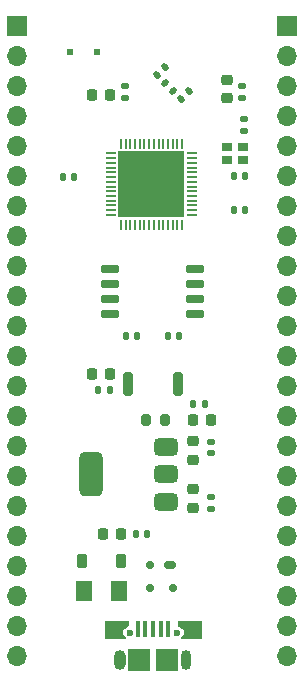
<source format=gbr>
%TF.GenerationSoftware,KiCad,Pcbnew,8.0.8*%
%TF.CreationDate,2025-04-17T09:07:27-03:00*%
%TF.ProjectId,ESP32_DevBoard_Minimal_Electgpl,45535033-325f-4446-9576-426f6172645f,rev?*%
%TF.SameCoordinates,Original*%
%TF.FileFunction,Soldermask,Top*%
%TF.FilePolarity,Negative*%
%FSLAX46Y46*%
G04 Gerber Fmt 4.6, Leading zero omitted, Abs format (unit mm)*
G04 Created by KiCad (PCBNEW 8.0.8) date 2025-04-17 09:07:27*
%MOMM*%
%LPD*%
G01*
G04 APERTURE LIST*
G04 Aperture macros list*
%AMRoundRect*
0 Rectangle with rounded corners*
0 $1 Rounding radius*
0 $2 $3 $4 $5 $6 $7 $8 $9 X,Y pos of 4 corners*
0 Add a 4 corners polygon primitive as box body*
4,1,4,$2,$3,$4,$5,$6,$7,$8,$9,$2,$3,0*
0 Add four circle primitives for the rounded corners*
1,1,$1+$1,$2,$3*
1,1,$1+$1,$4,$5*
1,1,$1+$1,$6,$7*
1,1,$1+$1,$8,$9*
0 Add four rect primitives between the rounded corners*
20,1,$1+$1,$2,$3,$4,$5,0*
20,1,$1+$1,$4,$5,$6,$7,0*
20,1,$1+$1,$6,$7,$8,$9,0*
20,1,$1+$1,$8,$9,$2,$3,0*%
%AMFreePoly0*
4,1,9,1.050000,0.350000,0.550000,0.000000,0.550000,-0.400000,0.800000,-0.650000,0.800000,-0.800000,-1.050000,-0.800000,-1.050000,0.800000,1.050000,0.800000,1.050000,0.350000,1.050000,0.350000,$1*%
%AMFreePoly1*
4,1,9,1.050000,-0.800000,-0.800000,-0.800000,-0.800000,-0.650000,-0.550000,-0.400000,-0.550000,0.000000,-1.050000,0.350000,-1.050000,0.800000,1.050000,0.800000,1.050000,-0.800000,1.050000,-0.800000,$1*%
G04 Aperture macros list end*
%ADD10RoundRect,0.140000X-0.140000X-0.170000X0.140000X-0.170000X0.140000X0.170000X-0.140000X0.170000X0*%
%ADD11RoundRect,0.140000X0.170000X-0.140000X0.170000X0.140000X-0.170000X0.140000X-0.170000X-0.140000X0*%
%ADD12RoundRect,0.225000X0.225000X0.250000X-0.225000X0.250000X-0.225000X-0.250000X0.225000X-0.250000X0*%
%ADD13RoundRect,0.135000X0.135000X0.185000X-0.135000X0.185000X-0.135000X-0.185000X0.135000X-0.185000X0*%
%ADD14RoundRect,0.140000X-0.170000X0.140000X-0.170000X-0.140000X0.170000X-0.140000X0.170000X0.140000X0*%
%ADD15C,0.600000*%
%ADD16R,0.400000X1.350000*%
%ADD17FreePoly0,0.000000*%
%ADD18O,1.000000X1.700000*%
%ADD19R,1.900000X1.900000*%
%ADD20O,0.850000X1.700000*%
%ADD21FreePoly1,0.000000*%
%ADD22RoundRect,0.225000X0.225000X0.375000X-0.225000X0.375000X-0.225000X-0.375000X0.225000X-0.375000X0*%
%ADD23RoundRect,0.140000X0.140000X0.170000X-0.140000X0.170000X-0.140000X-0.170000X0.140000X-0.170000X0*%
%ADD24R,0.500000X0.500000*%
%ADD25R,0.630000X0.500000*%
%ADD26RoundRect,0.140000X-0.219203X-0.021213X-0.021213X-0.219203X0.219203X0.021213X0.021213X0.219203X0*%
%ADD27RoundRect,0.225000X-0.250000X0.225000X-0.250000X-0.225000X0.250000X-0.225000X0.250000X0.225000X0*%
%ADD28RoundRect,0.225000X0.250000X-0.225000X0.250000X0.225000X-0.250000X0.225000X-0.250000X-0.225000X0*%
%ADD29RoundRect,0.175000X-0.325000X0.175000X-0.325000X-0.175000X0.325000X-0.175000X0.325000X0.175000X0*%
%ADD30RoundRect,0.150000X-0.150000X0.200000X-0.150000X-0.200000X0.150000X-0.200000X0.150000X0.200000X0*%
%ADD31R,1.700000X1.700000*%
%ADD32O,1.700000X1.700000*%
%ADD33RoundRect,0.135000X-0.135000X-0.185000X0.135000X-0.185000X0.135000X0.185000X-0.135000X0.185000X0*%
%ADD34RoundRect,0.200000X0.200000X0.800000X-0.200000X0.800000X-0.200000X-0.800000X0.200000X-0.800000X0*%
%ADD35RoundRect,0.140000X0.021213X-0.219203X0.219203X-0.021213X-0.021213X0.219203X-0.219203X0.021213X0*%
%ADD36RoundRect,0.218750X0.218750X0.256250X-0.218750X0.256250X-0.218750X-0.256250X0.218750X-0.256250X0*%
%ADD37RoundRect,0.225000X-0.225000X-0.250000X0.225000X-0.250000X0.225000X0.250000X-0.225000X0.250000X0*%
%ADD38RoundRect,0.200000X0.200000X0.275000X-0.200000X0.275000X-0.200000X-0.275000X0.200000X-0.275000X0*%
%ADD39RoundRect,0.250001X0.462499X0.624999X-0.462499X0.624999X-0.462499X-0.624999X0.462499X-0.624999X0*%
%ADD40R,0.900000X0.800000*%
%ADD41RoundRect,0.375000X0.625000X0.375000X-0.625000X0.375000X-0.625000X-0.375000X0.625000X-0.375000X0*%
%ADD42RoundRect,0.500000X0.500000X1.400000X-0.500000X1.400000X-0.500000X-1.400000X0.500000X-1.400000X0*%
%ADD43RoundRect,0.150000X0.650000X0.150000X-0.650000X0.150000X-0.650000X-0.150000X0.650000X-0.150000X0*%
%ADD44RoundRect,0.050000X-0.050000X0.387500X-0.050000X-0.387500X0.050000X-0.387500X0.050000X0.387500X0*%
%ADD45RoundRect,0.050000X-0.387500X0.050000X-0.387500X-0.050000X0.387500X-0.050000X0.387500X0.050000X0*%
%ADD46R,5.600000X5.600000*%
G04 APERTURE END LIST*
D10*
%TO.C,C11*%
X149380748Y-101041200D03*
X150340748Y-101041200D03*
%TD*%
D11*
%TO.C,C12*%
X155702748Y-80820200D03*
X155702748Y-79860200D03*
%TD*%
D12*
%TO.C,C7*%
X144539748Y-80594200D03*
X142989748Y-80594200D03*
%TD*%
D10*
%TO.C,C9*%
X154968748Y-90373200D03*
X155928748Y-90373200D03*
%TD*%
D13*
%TO.C,R1*%
X152554748Y-106756200D03*
X151534748Y-106756200D03*
%TD*%
D14*
%TO.C,C4*%
X153060748Y-109959200D03*
X153060748Y-110919200D03*
%TD*%
D15*
%TO.C,J1*%
X146152748Y-126123200D03*
X150152748Y-126123200D03*
D16*
X146852748Y-125798200D03*
X147502748Y-125798200D03*
X148152748Y-125798200D03*
X148802748Y-125798200D03*
X149452748Y-125798200D03*
D17*
X145052748Y-125923200D03*
D18*
X145327748Y-128473200D03*
D19*
X146952748Y-128473200D03*
X149352748Y-128473200D03*
D20*
X150977748Y-128473200D03*
D21*
X151252748Y-125923200D03*
%TD*%
D12*
%TO.C,C14*%
X144539748Y-104216200D03*
X142989748Y-104216200D03*
%TD*%
D22*
%TO.C,D1*%
X145414748Y-120091200D03*
X142114748Y-120091200D03*
%TD*%
D11*
%TO.C,C17*%
X155829748Y-83614200D03*
X155829748Y-82654200D03*
%TD*%
D23*
%TO.C,C6*%
X141450748Y-87579200D03*
X140490748Y-87579200D03*
%TD*%
D24*
%TO.C,AE1*%
X143382000Y-76930000D03*
D25*
X141147000Y-76930000D03*
%TD*%
D11*
%TO.C,C8*%
X145796748Y-80820200D03*
X145796748Y-79860200D03*
%TD*%
D26*
%TO.C,L1*%
X149140337Y-79619789D03*
X149819159Y-80298611D03*
%TD*%
D27*
%TO.C,C5*%
X151536748Y-109918200D03*
X151536748Y-111468200D03*
%TD*%
D28*
%TO.C,C2*%
X151536748Y-115532200D03*
X151536748Y-113982200D03*
%TD*%
D29*
%TO.C,D2*%
X149594748Y-120361200D03*
D30*
X147894748Y-120361200D03*
X147894748Y-122361200D03*
X149794748Y-122361200D03*
%TD*%
D31*
%TO.C,J3*%
X159512748Y-74752200D03*
D32*
X159512748Y-77292200D03*
X159512748Y-79832200D03*
X159512748Y-82372200D03*
X159512748Y-84912200D03*
X159512748Y-87452200D03*
X159512748Y-89992200D03*
X159512748Y-92532200D03*
X159512748Y-95072200D03*
X159512748Y-97612200D03*
X159512748Y-100152200D03*
X159512748Y-102692200D03*
X159512748Y-105232200D03*
X159512748Y-107772200D03*
X159512748Y-110312200D03*
X159512748Y-112852200D03*
X159512748Y-115392200D03*
X159512748Y-117932200D03*
X159512748Y-120472200D03*
X159512748Y-123012200D03*
X159512748Y-125552200D03*
X159512748Y-128092200D03*
%TD*%
D11*
%TO.C,C3*%
X153060748Y-115618200D03*
X153060748Y-114658200D03*
%TD*%
D10*
%TO.C,C1*%
X146713748Y-117805200D03*
X147673748Y-117805200D03*
%TD*%
D28*
%TO.C,C13*%
X154432748Y-80861200D03*
X154432748Y-79311200D03*
%TD*%
D31*
%TO.C,J2*%
X136652748Y-74752200D03*
D32*
X136652748Y-77292200D03*
X136652748Y-79832200D03*
X136652748Y-82372200D03*
X136652748Y-84912200D03*
X136652748Y-87452200D03*
X136652748Y-89992200D03*
X136652748Y-92532200D03*
X136652748Y-95072200D03*
X136652748Y-97612200D03*
X136652748Y-100152200D03*
X136652748Y-102692200D03*
X136652748Y-105232200D03*
X136652748Y-107772200D03*
X136652748Y-110312200D03*
X136652748Y-112852200D03*
X136652748Y-115392200D03*
X136652748Y-117932200D03*
X136652748Y-120472200D03*
X136652748Y-123012200D03*
X136652748Y-125552200D03*
X136652748Y-128092200D03*
%TD*%
D23*
%TO.C,C10*%
X146784748Y-101041200D03*
X145824748Y-101041200D03*
%TD*%
D33*
%TO.C,R2*%
X143508748Y-105613200D03*
X144528748Y-105613200D03*
%TD*%
D34*
%TO.C,SW1*%
X150250748Y-105105200D03*
X146050748Y-105105200D03*
%TD*%
D35*
%TO.C,C15*%
X148505337Y-78901611D03*
X149184159Y-78222789D03*
%TD*%
D36*
%TO.C,D3*%
X153086248Y-108153200D03*
X151511248Y-108153200D03*
%TD*%
D37*
%TO.C,PFB1*%
X143878748Y-117805200D03*
X145428748Y-117805200D03*
%TD*%
D38*
%TO.C,JMP1*%
X149186748Y-108153200D03*
X147536748Y-108153200D03*
%TD*%
D39*
%TO.C,F1*%
X145252248Y-122631200D03*
X142277248Y-122631200D03*
%TD*%
D35*
%TO.C,L2*%
X150537337Y-80933611D03*
X151216159Y-80254789D03*
%TD*%
D40*
%TO.C,Y1*%
X154367748Y-86097200D03*
X155767748Y-86097200D03*
X155767748Y-84997200D03*
X154367748Y-84997200D03*
%TD*%
D10*
%TO.C,C16*%
X154968748Y-87452200D03*
X155928748Y-87452200D03*
%TD*%
D41*
%TO.C,U1*%
X149225748Y-115025200D03*
X149225748Y-112725200D03*
X149225748Y-110425200D03*
D42*
X142925748Y-112725200D03*
%TD*%
D43*
%TO.C,U3*%
X151726748Y-99136200D03*
X151726748Y-97866200D03*
X151726748Y-96596200D03*
X151726748Y-95326200D03*
X144526748Y-95326200D03*
X144526748Y-96596200D03*
X144526748Y-97866200D03*
X144526748Y-99136200D03*
%TD*%
D44*
%TO.C,U2*%
X150614748Y-84714700D03*
X150214748Y-84714700D03*
X149814748Y-84714700D03*
X149414748Y-84714700D03*
X149014748Y-84714700D03*
X148614748Y-84714700D03*
X148214748Y-84714700D03*
X147814748Y-84714700D03*
X147414748Y-84714700D03*
X147014748Y-84714700D03*
X146614748Y-84714700D03*
X146214748Y-84714700D03*
X145814748Y-84714700D03*
X145414748Y-84714700D03*
D45*
X144577248Y-85552200D03*
X144577248Y-85952200D03*
X144577248Y-86352200D03*
X144577248Y-86752200D03*
X144577248Y-87152200D03*
X144577248Y-87552200D03*
X144577248Y-87952200D03*
X144577248Y-88352200D03*
X144577248Y-88752200D03*
X144577248Y-89152200D03*
X144577248Y-89552200D03*
X144577248Y-89952200D03*
X144577248Y-90352200D03*
X144577248Y-90752200D03*
D44*
X145414748Y-91589700D03*
X145814748Y-91589700D03*
X146214748Y-91589700D03*
X146614748Y-91589700D03*
X147014748Y-91589700D03*
X147414748Y-91589700D03*
X147814748Y-91589700D03*
X148214748Y-91589700D03*
X148614748Y-91589700D03*
X149014748Y-91589700D03*
X149414748Y-91589700D03*
X149814748Y-91589700D03*
X150214748Y-91589700D03*
X150614748Y-91589700D03*
D45*
X151452248Y-90752200D03*
X151452248Y-90352200D03*
X151452248Y-89952200D03*
X151452248Y-89552200D03*
X151452248Y-89152200D03*
X151452248Y-88752200D03*
X151452248Y-88352200D03*
X151452248Y-87952200D03*
X151452248Y-87552200D03*
X151452248Y-87152200D03*
X151452248Y-86752200D03*
X151452248Y-86352200D03*
X151452248Y-85952200D03*
X151452248Y-85552200D03*
D46*
X148014748Y-88152200D03*
%TD*%
M02*

</source>
